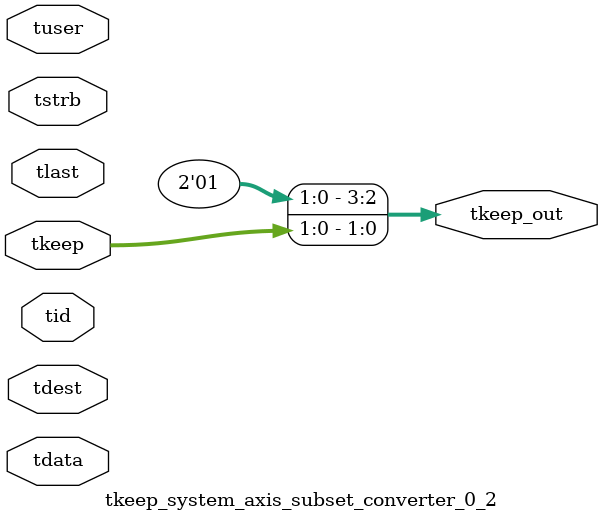
<source format=v>


`timescale 1ps/1ps

module tkeep_system_axis_subset_converter_0_2 #
(
parameter C_S_AXIS_TDATA_WIDTH = 32,
parameter C_S_AXIS_TUSER_WIDTH = 0,
parameter C_S_AXIS_TID_WIDTH   = 0,
parameter C_S_AXIS_TDEST_WIDTH = 0,
parameter C_M_AXIS_TDATA_WIDTH = 32
)
(
input  [(C_S_AXIS_TDATA_WIDTH == 0 ? 1 : C_S_AXIS_TDATA_WIDTH)-1:0     ] tdata,
input  [(C_S_AXIS_TUSER_WIDTH == 0 ? 1 : C_S_AXIS_TUSER_WIDTH)-1:0     ] tuser,
input  [(C_S_AXIS_TID_WIDTH   == 0 ? 1 : C_S_AXIS_TID_WIDTH)-1:0       ] tid,
input  [(C_S_AXIS_TDEST_WIDTH == 0 ? 1 : C_S_AXIS_TDEST_WIDTH)-1:0     ] tdest,
input  [(C_S_AXIS_TDATA_WIDTH/8)-1:0 ] tkeep,
input  [(C_S_AXIS_TDATA_WIDTH/8)-1:0 ] tstrb,
input                                                                    tlast,
output [(C_M_AXIS_TDATA_WIDTH/8)-1:0 ] tkeep_out
);

assign tkeep_out = {1'b1,tkeep[1:0]};

endmodule


</source>
